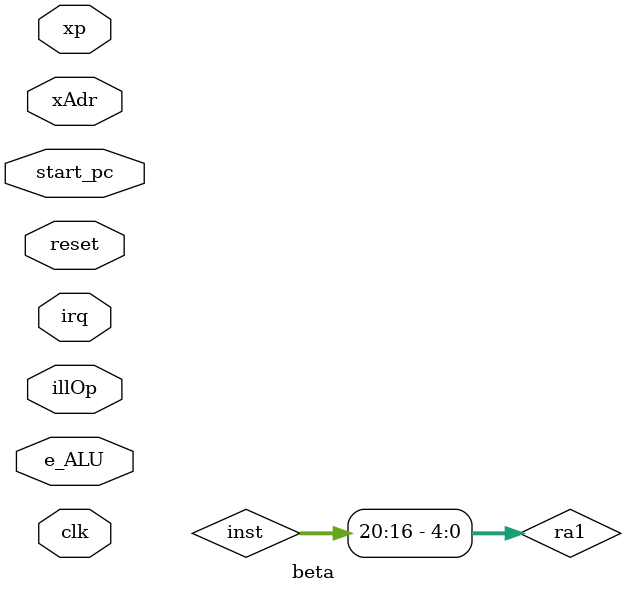
<source format=v>
`timescale 1ns / 1ps

module beta(irq,clk,e_ALU,reset,start_pc,xAdr,illOp,xp);
    parameter Mbit=32;
    input clk,irq,e_ALU,reset;
    input [Mbit-1:0] start_pc,xAdr,illOp;
    input [4:0] xp;
    //control logic output
    wire [3:0] alufn;
    wire asel,bsel,moe,mwr,ra2sel,wasel,werf;
    wire [2:0] pcsel;
    wire [1:0] wdsel;
    
    //select PC
    reg [Mbit-1:0] cur_pc;
    wire next_pc;
    reg [Mbit-1:0] pc_add_4,pc_add_c;
    wire [Mbit-1:0] pc_out,JT;
    
    
    //instruction memory- send pc get instruction
    wire [Mbit-1:0] inst;
    inst_memory IM(.out(inst),.Adr(cur_pc));
    
    //register file - send ra , rb, write address and get info accrdingly
    wire [4:0] ra1,ra2,wa;
    wire [Mbit-1:0] rd1,rd2,wd;
    mux_2x1 #(.Mbit(5)) M2x1_2(.out(ra2), .in0(inst[15:11]) , .in1(inst[25:21]) , .sel(ra2sel));
    mux_2x1 #(.Mbit(5)) M2x1_3(.out(wa), .in0(inst[25:21]) , .in1(xp) , .sel(wasel));
    assign ra1=inst[20:16];
    register_file RF( .rd1(rd1),.rd2(rd2),.wrtAdr(wa),.wrtEnable(werf),.wrtData(wd),.rdAdr1(ra1), .rdAdr2(ra2),.clk(clk));
    
    //select PC
    assign JT=rd1;
    mux_5x1 M5x1_1(.out(pc_out), .in0(pc_add_4) , .in1(pc_add_c), .in2(JT) , .in3(illOp) , .in4(xAdr), .sel(pcsel));
    mux_2x1 M2x1_1(.out(next_pc),.in0(pc_out) , .in1(start_pc) , .sel(reset));
    
    
   
    //control logic 
    wire Z=~|rd1;
    control_logic CONTROL(.alufn(alufn),.asel(asel),.bsel(bsel),.moe(moe),
             .mwr(mwr),.pcsel(pcsel),.ra2sel(ra2sel),.wasel(wasel),.wdsel(wdsel),.werf(werf),.opcode(inst[Mbit-1:Mbit-6]),.Z(Z),.irq(irq));
   
   //arithmetic logic unit
   wire [Mbit-1:0] a,b,Adr;
    mux_2x1 M2x1_4(.out(a), .in0(rd1) , .in1(pc_add_c) , .sel(asel));
    mux_2x1 M2x1_5(.out(b), .in0(rd2) , .in1({16*{inst[15]},inst[15:0]}) , .sel(bsel));
    alu arithmetic(.out(Adr),.operand_1(a),.operand_2(b),.enable(e_ALU),.command(alufn));
    
    //data memory
    wire [Mbit-1:0] rd;
    data_memory DM(.rd(rd),.Adr(Adr),.wrtData(rd2),.mwr(mwr),.moe(moe),.clk(clk));
    
    
    
    mux_3x1 M3x1(.out(wd), .in0(pc_add_4) , .in1(Adr), .in2(rd) , .sel(wdsel));
    
    //program counter
    always@(posedge clk)
    begin
        cur_pc<=next_pc;
    end
    always@(cur_pc)
    begin
        pc_add_4=cur_pc+4;
        pc_add_c=pc_add_4+{14*{inst[15]},inst[15:0],2'b00};
    end
endmodule

</source>
